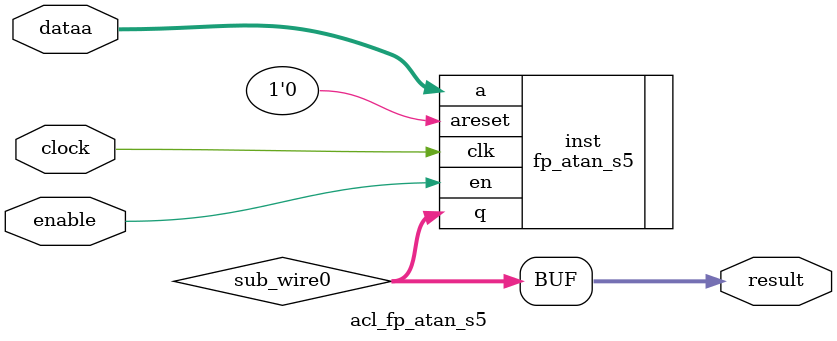
<source format=v>

`timescale 1 ps / 1 ps
// synopsys translate_on
module acl_fp_atan_s5 (
	enable,
	clock,
	dataa,
	result);

	input	  enable;
	input	  clock;
	input	[31:0]  dataa;
	output	[31:0]  result;

	wire [31:0] sub_wire0;
	wire [31:0] result = sub_wire0[31:0];

	fp_atan_s5	inst (
				.en (enable),
        .areset(1'b0),
				.clk(clock),
				.a(dataa),
				.q(sub_wire0));

endmodule

</source>
